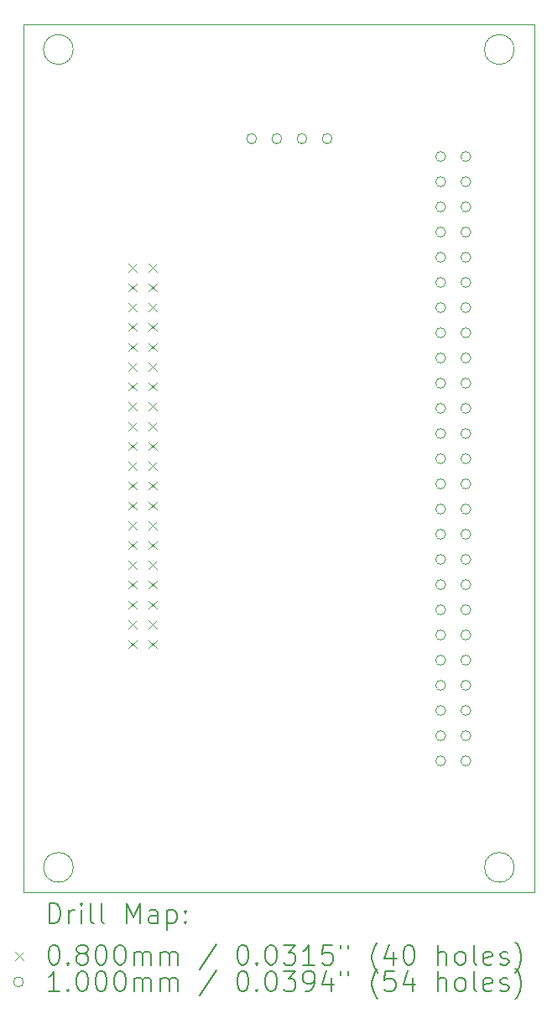
<source format=gbr>
%TF.GenerationSoftware,KiCad,Pcbnew,8.0.1*%
%TF.CreationDate,2024-04-03T09:44:14-05:00*%
%TF.ProjectId,SCSI-Adapter,53435349-2d41-4646-9170-7465722e6b69,rev?*%
%TF.SameCoordinates,Original*%
%TF.FileFunction,Drillmap*%
%TF.FilePolarity,Positive*%
%FSLAX45Y45*%
G04 Gerber Fmt 4.5, Leading zero omitted, Abs format (unit mm)*
G04 Created by KiCad (PCBNEW 8.0.1) date 2024-04-03 09:44:14*
%MOMM*%
%LPD*%
G01*
G04 APERTURE LIST*
%ADD10C,0.050000*%
%ADD11C,0.200000*%
%ADD12C,0.100000*%
G04 APERTURE END LIST*
D10*
X15350000Y-3750000D02*
X20500000Y-3750000D01*
X20500000Y-12500000D01*
X15350000Y-12500000D01*
X15350000Y-3750000D01*
X15850000Y-4000000D02*
G75*
G02*
X15550000Y-4000000I-150000J0D01*
G01*
X15550000Y-4000000D02*
G75*
G02*
X15850000Y-4000000I150000J0D01*
G01*
X20300000Y-12250000D02*
G75*
G02*
X20000000Y-12250000I-150000J0D01*
G01*
X20000000Y-12250000D02*
G75*
G02*
X20300000Y-12250000I150000J0D01*
G01*
X20300000Y-4000000D02*
G75*
G02*
X20000000Y-4000000I-150000J0D01*
G01*
X20000000Y-4000000D02*
G75*
G02*
X20300000Y-4000000I150000J0D01*
G01*
X15850000Y-12250000D02*
G75*
G02*
X15550000Y-12250000I-150000J0D01*
G01*
X15550000Y-12250000D02*
G75*
G02*
X15850000Y-12250000I150000J0D01*
G01*
D11*
D12*
X16410000Y-6160000D02*
X16490000Y-6240000D01*
X16490000Y-6160000D02*
X16410000Y-6240000D01*
X16410000Y-6360000D02*
X16490000Y-6440000D01*
X16490000Y-6360000D02*
X16410000Y-6440000D01*
X16410000Y-6560000D02*
X16490000Y-6640000D01*
X16490000Y-6560000D02*
X16410000Y-6640000D01*
X16410000Y-6760000D02*
X16490000Y-6840000D01*
X16490000Y-6760000D02*
X16410000Y-6840000D01*
X16410000Y-6960000D02*
X16490000Y-7040000D01*
X16490000Y-6960000D02*
X16410000Y-7040000D01*
X16410000Y-7160000D02*
X16490000Y-7240000D01*
X16490000Y-7160000D02*
X16410000Y-7240000D01*
X16410000Y-7360000D02*
X16490000Y-7440000D01*
X16490000Y-7360000D02*
X16410000Y-7440000D01*
X16410000Y-7560000D02*
X16490000Y-7640000D01*
X16490000Y-7560000D02*
X16410000Y-7640000D01*
X16410000Y-7760000D02*
X16490000Y-7840000D01*
X16490000Y-7760000D02*
X16410000Y-7840000D01*
X16410000Y-7960000D02*
X16490000Y-8040000D01*
X16490000Y-7960000D02*
X16410000Y-8040000D01*
X16410000Y-8160000D02*
X16490000Y-8240000D01*
X16490000Y-8160000D02*
X16410000Y-8240000D01*
X16410000Y-8360000D02*
X16490000Y-8440000D01*
X16490000Y-8360000D02*
X16410000Y-8440000D01*
X16410000Y-8560000D02*
X16490000Y-8640000D01*
X16490000Y-8560000D02*
X16410000Y-8640000D01*
X16410000Y-8760000D02*
X16490000Y-8840000D01*
X16490000Y-8760000D02*
X16410000Y-8840000D01*
X16410000Y-8960000D02*
X16490000Y-9040000D01*
X16490000Y-8960000D02*
X16410000Y-9040000D01*
X16410000Y-9160000D02*
X16490000Y-9240000D01*
X16490000Y-9160000D02*
X16410000Y-9240000D01*
X16410000Y-9360000D02*
X16490000Y-9440000D01*
X16490000Y-9360000D02*
X16410000Y-9440000D01*
X16410000Y-9560000D02*
X16490000Y-9640000D01*
X16490000Y-9560000D02*
X16410000Y-9640000D01*
X16410000Y-9760000D02*
X16490000Y-9840000D01*
X16490000Y-9760000D02*
X16410000Y-9840000D01*
X16410000Y-9960000D02*
X16490000Y-10040000D01*
X16490000Y-9960000D02*
X16410000Y-10040000D01*
X16610000Y-6160000D02*
X16690000Y-6240000D01*
X16690000Y-6160000D02*
X16610000Y-6240000D01*
X16610000Y-6360000D02*
X16690000Y-6440000D01*
X16690000Y-6360000D02*
X16610000Y-6440000D01*
X16610000Y-6560000D02*
X16690000Y-6640000D01*
X16690000Y-6560000D02*
X16610000Y-6640000D01*
X16610000Y-6760000D02*
X16690000Y-6840000D01*
X16690000Y-6760000D02*
X16610000Y-6840000D01*
X16610000Y-6960000D02*
X16690000Y-7040000D01*
X16690000Y-6960000D02*
X16610000Y-7040000D01*
X16610000Y-7160000D02*
X16690000Y-7240000D01*
X16690000Y-7160000D02*
X16610000Y-7240000D01*
X16610000Y-7360000D02*
X16690000Y-7440000D01*
X16690000Y-7360000D02*
X16610000Y-7440000D01*
X16610000Y-7560000D02*
X16690000Y-7640000D01*
X16690000Y-7560000D02*
X16610000Y-7640000D01*
X16610000Y-7760000D02*
X16690000Y-7840000D01*
X16690000Y-7760000D02*
X16610000Y-7840000D01*
X16610000Y-7960000D02*
X16690000Y-8040000D01*
X16690000Y-7960000D02*
X16610000Y-8040000D01*
X16610000Y-8160000D02*
X16690000Y-8240000D01*
X16690000Y-8160000D02*
X16610000Y-8240000D01*
X16610000Y-8360000D02*
X16690000Y-8440000D01*
X16690000Y-8360000D02*
X16610000Y-8440000D01*
X16610000Y-8560000D02*
X16690000Y-8640000D01*
X16690000Y-8560000D02*
X16610000Y-8640000D01*
X16610000Y-8760000D02*
X16690000Y-8840000D01*
X16690000Y-8760000D02*
X16610000Y-8840000D01*
X16610000Y-8960000D02*
X16690000Y-9040000D01*
X16690000Y-8960000D02*
X16610000Y-9040000D01*
X16610000Y-9160000D02*
X16690000Y-9240000D01*
X16690000Y-9160000D02*
X16610000Y-9240000D01*
X16610000Y-9360000D02*
X16690000Y-9440000D01*
X16690000Y-9360000D02*
X16610000Y-9440000D01*
X16610000Y-9560000D02*
X16690000Y-9640000D01*
X16690000Y-9560000D02*
X16610000Y-9640000D01*
X16610000Y-9760000D02*
X16690000Y-9840000D01*
X16690000Y-9760000D02*
X16610000Y-9840000D01*
X16610000Y-9960000D02*
X16690000Y-10040000D01*
X16690000Y-9960000D02*
X16610000Y-10040000D01*
X17700000Y-4900000D02*
G75*
G02*
X17600000Y-4900000I-50000J0D01*
G01*
X17600000Y-4900000D02*
G75*
G02*
X17700000Y-4900000I50000J0D01*
G01*
X17954000Y-4900000D02*
G75*
G02*
X17854000Y-4900000I-50000J0D01*
G01*
X17854000Y-4900000D02*
G75*
G02*
X17954000Y-4900000I50000J0D01*
G01*
X18208000Y-4900000D02*
G75*
G02*
X18108000Y-4900000I-50000J0D01*
G01*
X18108000Y-4900000D02*
G75*
G02*
X18208000Y-4900000I50000J0D01*
G01*
X18462000Y-4900000D02*
G75*
G02*
X18362000Y-4900000I-50000J0D01*
G01*
X18362000Y-4900000D02*
G75*
G02*
X18462000Y-4900000I50000J0D01*
G01*
X19608000Y-5080000D02*
G75*
G02*
X19508000Y-5080000I-50000J0D01*
G01*
X19508000Y-5080000D02*
G75*
G02*
X19608000Y-5080000I50000J0D01*
G01*
X19608000Y-5334000D02*
G75*
G02*
X19508000Y-5334000I-50000J0D01*
G01*
X19508000Y-5334000D02*
G75*
G02*
X19608000Y-5334000I50000J0D01*
G01*
X19608000Y-5588000D02*
G75*
G02*
X19508000Y-5588000I-50000J0D01*
G01*
X19508000Y-5588000D02*
G75*
G02*
X19608000Y-5588000I50000J0D01*
G01*
X19608000Y-5842000D02*
G75*
G02*
X19508000Y-5842000I-50000J0D01*
G01*
X19508000Y-5842000D02*
G75*
G02*
X19608000Y-5842000I50000J0D01*
G01*
X19608000Y-6096000D02*
G75*
G02*
X19508000Y-6096000I-50000J0D01*
G01*
X19508000Y-6096000D02*
G75*
G02*
X19608000Y-6096000I50000J0D01*
G01*
X19608000Y-6350000D02*
G75*
G02*
X19508000Y-6350000I-50000J0D01*
G01*
X19508000Y-6350000D02*
G75*
G02*
X19608000Y-6350000I50000J0D01*
G01*
X19608000Y-6604000D02*
G75*
G02*
X19508000Y-6604000I-50000J0D01*
G01*
X19508000Y-6604000D02*
G75*
G02*
X19608000Y-6604000I50000J0D01*
G01*
X19608000Y-6858000D02*
G75*
G02*
X19508000Y-6858000I-50000J0D01*
G01*
X19508000Y-6858000D02*
G75*
G02*
X19608000Y-6858000I50000J0D01*
G01*
X19608000Y-7112000D02*
G75*
G02*
X19508000Y-7112000I-50000J0D01*
G01*
X19508000Y-7112000D02*
G75*
G02*
X19608000Y-7112000I50000J0D01*
G01*
X19608000Y-7366000D02*
G75*
G02*
X19508000Y-7366000I-50000J0D01*
G01*
X19508000Y-7366000D02*
G75*
G02*
X19608000Y-7366000I50000J0D01*
G01*
X19608000Y-7620000D02*
G75*
G02*
X19508000Y-7620000I-50000J0D01*
G01*
X19508000Y-7620000D02*
G75*
G02*
X19608000Y-7620000I50000J0D01*
G01*
X19608000Y-7874000D02*
G75*
G02*
X19508000Y-7874000I-50000J0D01*
G01*
X19508000Y-7874000D02*
G75*
G02*
X19608000Y-7874000I50000J0D01*
G01*
X19608000Y-8128000D02*
G75*
G02*
X19508000Y-8128000I-50000J0D01*
G01*
X19508000Y-8128000D02*
G75*
G02*
X19608000Y-8128000I50000J0D01*
G01*
X19608000Y-8382000D02*
G75*
G02*
X19508000Y-8382000I-50000J0D01*
G01*
X19508000Y-8382000D02*
G75*
G02*
X19608000Y-8382000I50000J0D01*
G01*
X19608000Y-8636000D02*
G75*
G02*
X19508000Y-8636000I-50000J0D01*
G01*
X19508000Y-8636000D02*
G75*
G02*
X19608000Y-8636000I50000J0D01*
G01*
X19608000Y-8890000D02*
G75*
G02*
X19508000Y-8890000I-50000J0D01*
G01*
X19508000Y-8890000D02*
G75*
G02*
X19608000Y-8890000I50000J0D01*
G01*
X19608000Y-9144000D02*
G75*
G02*
X19508000Y-9144000I-50000J0D01*
G01*
X19508000Y-9144000D02*
G75*
G02*
X19608000Y-9144000I50000J0D01*
G01*
X19608000Y-9398000D02*
G75*
G02*
X19508000Y-9398000I-50000J0D01*
G01*
X19508000Y-9398000D02*
G75*
G02*
X19608000Y-9398000I50000J0D01*
G01*
X19608000Y-9652000D02*
G75*
G02*
X19508000Y-9652000I-50000J0D01*
G01*
X19508000Y-9652000D02*
G75*
G02*
X19608000Y-9652000I50000J0D01*
G01*
X19608000Y-9906000D02*
G75*
G02*
X19508000Y-9906000I-50000J0D01*
G01*
X19508000Y-9906000D02*
G75*
G02*
X19608000Y-9906000I50000J0D01*
G01*
X19608000Y-10160000D02*
G75*
G02*
X19508000Y-10160000I-50000J0D01*
G01*
X19508000Y-10160000D02*
G75*
G02*
X19608000Y-10160000I50000J0D01*
G01*
X19608000Y-10414000D02*
G75*
G02*
X19508000Y-10414000I-50000J0D01*
G01*
X19508000Y-10414000D02*
G75*
G02*
X19608000Y-10414000I50000J0D01*
G01*
X19608000Y-10668000D02*
G75*
G02*
X19508000Y-10668000I-50000J0D01*
G01*
X19508000Y-10668000D02*
G75*
G02*
X19608000Y-10668000I50000J0D01*
G01*
X19608000Y-10922000D02*
G75*
G02*
X19508000Y-10922000I-50000J0D01*
G01*
X19508000Y-10922000D02*
G75*
G02*
X19608000Y-10922000I50000J0D01*
G01*
X19608000Y-11176000D02*
G75*
G02*
X19508000Y-11176000I-50000J0D01*
G01*
X19508000Y-11176000D02*
G75*
G02*
X19608000Y-11176000I50000J0D01*
G01*
X19862000Y-5080000D02*
G75*
G02*
X19762000Y-5080000I-50000J0D01*
G01*
X19762000Y-5080000D02*
G75*
G02*
X19862000Y-5080000I50000J0D01*
G01*
X19862000Y-5334000D02*
G75*
G02*
X19762000Y-5334000I-50000J0D01*
G01*
X19762000Y-5334000D02*
G75*
G02*
X19862000Y-5334000I50000J0D01*
G01*
X19862000Y-5588000D02*
G75*
G02*
X19762000Y-5588000I-50000J0D01*
G01*
X19762000Y-5588000D02*
G75*
G02*
X19862000Y-5588000I50000J0D01*
G01*
X19862000Y-5842000D02*
G75*
G02*
X19762000Y-5842000I-50000J0D01*
G01*
X19762000Y-5842000D02*
G75*
G02*
X19862000Y-5842000I50000J0D01*
G01*
X19862000Y-6096000D02*
G75*
G02*
X19762000Y-6096000I-50000J0D01*
G01*
X19762000Y-6096000D02*
G75*
G02*
X19862000Y-6096000I50000J0D01*
G01*
X19862000Y-6350000D02*
G75*
G02*
X19762000Y-6350000I-50000J0D01*
G01*
X19762000Y-6350000D02*
G75*
G02*
X19862000Y-6350000I50000J0D01*
G01*
X19862000Y-6604000D02*
G75*
G02*
X19762000Y-6604000I-50000J0D01*
G01*
X19762000Y-6604000D02*
G75*
G02*
X19862000Y-6604000I50000J0D01*
G01*
X19862000Y-6858000D02*
G75*
G02*
X19762000Y-6858000I-50000J0D01*
G01*
X19762000Y-6858000D02*
G75*
G02*
X19862000Y-6858000I50000J0D01*
G01*
X19862000Y-7112000D02*
G75*
G02*
X19762000Y-7112000I-50000J0D01*
G01*
X19762000Y-7112000D02*
G75*
G02*
X19862000Y-7112000I50000J0D01*
G01*
X19862000Y-7366000D02*
G75*
G02*
X19762000Y-7366000I-50000J0D01*
G01*
X19762000Y-7366000D02*
G75*
G02*
X19862000Y-7366000I50000J0D01*
G01*
X19862000Y-7620000D02*
G75*
G02*
X19762000Y-7620000I-50000J0D01*
G01*
X19762000Y-7620000D02*
G75*
G02*
X19862000Y-7620000I50000J0D01*
G01*
X19862000Y-7874000D02*
G75*
G02*
X19762000Y-7874000I-50000J0D01*
G01*
X19762000Y-7874000D02*
G75*
G02*
X19862000Y-7874000I50000J0D01*
G01*
X19862000Y-8128000D02*
G75*
G02*
X19762000Y-8128000I-50000J0D01*
G01*
X19762000Y-8128000D02*
G75*
G02*
X19862000Y-8128000I50000J0D01*
G01*
X19862000Y-8382000D02*
G75*
G02*
X19762000Y-8382000I-50000J0D01*
G01*
X19762000Y-8382000D02*
G75*
G02*
X19862000Y-8382000I50000J0D01*
G01*
X19862000Y-8636000D02*
G75*
G02*
X19762000Y-8636000I-50000J0D01*
G01*
X19762000Y-8636000D02*
G75*
G02*
X19862000Y-8636000I50000J0D01*
G01*
X19862000Y-8890000D02*
G75*
G02*
X19762000Y-8890000I-50000J0D01*
G01*
X19762000Y-8890000D02*
G75*
G02*
X19862000Y-8890000I50000J0D01*
G01*
X19862000Y-9144000D02*
G75*
G02*
X19762000Y-9144000I-50000J0D01*
G01*
X19762000Y-9144000D02*
G75*
G02*
X19862000Y-9144000I50000J0D01*
G01*
X19862000Y-9398000D02*
G75*
G02*
X19762000Y-9398000I-50000J0D01*
G01*
X19762000Y-9398000D02*
G75*
G02*
X19862000Y-9398000I50000J0D01*
G01*
X19862000Y-9652000D02*
G75*
G02*
X19762000Y-9652000I-50000J0D01*
G01*
X19762000Y-9652000D02*
G75*
G02*
X19862000Y-9652000I50000J0D01*
G01*
X19862000Y-9906000D02*
G75*
G02*
X19762000Y-9906000I-50000J0D01*
G01*
X19762000Y-9906000D02*
G75*
G02*
X19862000Y-9906000I50000J0D01*
G01*
X19862000Y-10160000D02*
G75*
G02*
X19762000Y-10160000I-50000J0D01*
G01*
X19762000Y-10160000D02*
G75*
G02*
X19862000Y-10160000I50000J0D01*
G01*
X19862000Y-10414000D02*
G75*
G02*
X19762000Y-10414000I-50000J0D01*
G01*
X19762000Y-10414000D02*
G75*
G02*
X19862000Y-10414000I50000J0D01*
G01*
X19862000Y-10668000D02*
G75*
G02*
X19762000Y-10668000I-50000J0D01*
G01*
X19762000Y-10668000D02*
G75*
G02*
X19862000Y-10668000I50000J0D01*
G01*
X19862000Y-10922000D02*
G75*
G02*
X19762000Y-10922000I-50000J0D01*
G01*
X19762000Y-10922000D02*
G75*
G02*
X19862000Y-10922000I50000J0D01*
G01*
X19862000Y-11176000D02*
G75*
G02*
X19762000Y-11176000I-50000J0D01*
G01*
X19762000Y-11176000D02*
G75*
G02*
X19862000Y-11176000I50000J0D01*
G01*
D11*
X15608277Y-12813984D02*
X15608277Y-12613984D01*
X15608277Y-12613984D02*
X15655896Y-12613984D01*
X15655896Y-12613984D02*
X15684467Y-12623508D01*
X15684467Y-12623508D02*
X15703515Y-12642555D01*
X15703515Y-12642555D02*
X15713039Y-12661603D01*
X15713039Y-12661603D02*
X15722562Y-12699698D01*
X15722562Y-12699698D02*
X15722562Y-12728269D01*
X15722562Y-12728269D02*
X15713039Y-12766365D01*
X15713039Y-12766365D02*
X15703515Y-12785412D01*
X15703515Y-12785412D02*
X15684467Y-12804460D01*
X15684467Y-12804460D02*
X15655896Y-12813984D01*
X15655896Y-12813984D02*
X15608277Y-12813984D01*
X15808277Y-12813984D02*
X15808277Y-12680650D01*
X15808277Y-12718746D02*
X15817801Y-12699698D01*
X15817801Y-12699698D02*
X15827324Y-12690174D01*
X15827324Y-12690174D02*
X15846372Y-12680650D01*
X15846372Y-12680650D02*
X15865420Y-12680650D01*
X15932086Y-12813984D02*
X15932086Y-12680650D01*
X15932086Y-12613984D02*
X15922562Y-12623508D01*
X15922562Y-12623508D02*
X15932086Y-12633031D01*
X15932086Y-12633031D02*
X15941610Y-12623508D01*
X15941610Y-12623508D02*
X15932086Y-12613984D01*
X15932086Y-12613984D02*
X15932086Y-12633031D01*
X16055896Y-12813984D02*
X16036848Y-12804460D01*
X16036848Y-12804460D02*
X16027324Y-12785412D01*
X16027324Y-12785412D02*
X16027324Y-12613984D01*
X16160658Y-12813984D02*
X16141610Y-12804460D01*
X16141610Y-12804460D02*
X16132086Y-12785412D01*
X16132086Y-12785412D02*
X16132086Y-12613984D01*
X16389229Y-12813984D02*
X16389229Y-12613984D01*
X16389229Y-12613984D02*
X16455896Y-12756841D01*
X16455896Y-12756841D02*
X16522562Y-12613984D01*
X16522562Y-12613984D02*
X16522562Y-12813984D01*
X16703515Y-12813984D02*
X16703515Y-12709222D01*
X16703515Y-12709222D02*
X16693991Y-12690174D01*
X16693991Y-12690174D02*
X16674943Y-12680650D01*
X16674943Y-12680650D02*
X16636848Y-12680650D01*
X16636848Y-12680650D02*
X16617801Y-12690174D01*
X16703515Y-12804460D02*
X16684467Y-12813984D01*
X16684467Y-12813984D02*
X16636848Y-12813984D01*
X16636848Y-12813984D02*
X16617801Y-12804460D01*
X16617801Y-12804460D02*
X16608277Y-12785412D01*
X16608277Y-12785412D02*
X16608277Y-12766365D01*
X16608277Y-12766365D02*
X16617801Y-12747317D01*
X16617801Y-12747317D02*
X16636848Y-12737793D01*
X16636848Y-12737793D02*
X16684467Y-12737793D01*
X16684467Y-12737793D02*
X16703515Y-12728269D01*
X16798753Y-12680650D02*
X16798753Y-12880650D01*
X16798753Y-12690174D02*
X16817801Y-12680650D01*
X16817801Y-12680650D02*
X16855896Y-12680650D01*
X16855896Y-12680650D02*
X16874944Y-12690174D01*
X16874944Y-12690174D02*
X16884467Y-12699698D01*
X16884467Y-12699698D02*
X16893991Y-12718746D01*
X16893991Y-12718746D02*
X16893991Y-12775888D01*
X16893991Y-12775888D02*
X16884467Y-12794936D01*
X16884467Y-12794936D02*
X16874944Y-12804460D01*
X16874944Y-12804460D02*
X16855896Y-12813984D01*
X16855896Y-12813984D02*
X16817801Y-12813984D01*
X16817801Y-12813984D02*
X16798753Y-12804460D01*
X16979705Y-12794936D02*
X16989229Y-12804460D01*
X16989229Y-12804460D02*
X16979705Y-12813984D01*
X16979705Y-12813984D02*
X16970182Y-12804460D01*
X16970182Y-12804460D02*
X16979705Y-12794936D01*
X16979705Y-12794936D02*
X16979705Y-12813984D01*
X16979705Y-12690174D02*
X16989229Y-12699698D01*
X16989229Y-12699698D02*
X16979705Y-12709222D01*
X16979705Y-12709222D02*
X16970182Y-12699698D01*
X16970182Y-12699698D02*
X16979705Y-12690174D01*
X16979705Y-12690174D02*
X16979705Y-12709222D01*
D12*
X15267500Y-13102500D02*
X15347500Y-13182500D01*
X15347500Y-13102500D02*
X15267500Y-13182500D01*
D11*
X15646372Y-13033984D02*
X15665420Y-13033984D01*
X15665420Y-13033984D02*
X15684467Y-13043508D01*
X15684467Y-13043508D02*
X15693991Y-13053031D01*
X15693991Y-13053031D02*
X15703515Y-13072079D01*
X15703515Y-13072079D02*
X15713039Y-13110174D01*
X15713039Y-13110174D02*
X15713039Y-13157793D01*
X15713039Y-13157793D02*
X15703515Y-13195888D01*
X15703515Y-13195888D02*
X15693991Y-13214936D01*
X15693991Y-13214936D02*
X15684467Y-13224460D01*
X15684467Y-13224460D02*
X15665420Y-13233984D01*
X15665420Y-13233984D02*
X15646372Y-13233984D01*
X15646372Y-13233984D02*
X15627324Y-13224460D01*
X15627324Y-13224460D02*
X15617801Y-13214936D01*
X15617801Y-13214936D02*
X15608277Y-13195888D01*
X15608277Y-13195888D02*
X15598753Y-13157793D01*
X15598753Y-13157793D02*
X15598753Y-13110174D01*
X15598753Y-13110174D02*
X15608277Y-13072079D01*
X15608277Y-13072079D02*
X15617801Y-13053031D01*
X15617801Y-13053031D02*
X15627324Y-13043508D01*
X15627324Y-13043508D02*
X15646372Y-13033984D01*
X15798753Y-13214936D02*
X15808277Y-13224460D01*
X15808277Y-13224460D02*
X15798753Y-13233984D01*
X15798753Y-13233984D02*
X15789229Y-13224460D01*
X15789229Y-13224460D02*
X15798753Y-13214936D01*
X15798753Y-13214936D02*
X15798753Y-13233984D01*
X15922562Y-13119698D02*
X15903515Y-13110174D01*
X15903515Y-13110174D02*
X15893991Y-13100650D01*
X15893991Y-13100650D02*
X15884467Y-13081603D01*
X15884467Y-13081603D02*
X15884467Y-13072079D01*
X15884467Y-13072079D02*
X15893991Y-13053031D01*
X15893991Y-13053031D02*
X15903515Y-13043508D01*
X15903515Y-13043508D02*
X15922562Y-13033984D01*
X15922562Y-13033984D02*
X15960658Y-13033984D01*
X15960658Y-13033984D02*
X15979705Y-13043508D01*
X15979705Y-13043508D02*
X15989229Y-13053031D01*
X15989229Y-13053031D02*
X15998753Y-13072079D01*
X15998753Y-13072079D02*
X15998753Y-13081603D01*
X15998753Y-13081603D02*
X15989229Y-13100650D01*
X15989229Y-13100650D02*
X15979705Y-13110174D01*
X15979705Y-13110174D02*
X15960658Y-13119698D01*
X15960658Y-13119698D02*
X15922562Y-13119698D01*
X15922562Y-13119698D02*
X15903515Y-13129222D01*
X15903515Y-13129222D02*
X15893991Y-13138746D01*
X15893991Y-13138746D02*
X15884467Y-13157793D01*
X15884467Y-13157793D02*
X15884467Y-13195888D01*
X15884467Y-13195888D02*
X15893991Y-13214936D01*
X15893991Y-13214936D02*
X15903515Y-13224460D01*
X15903515Y-13224460D02*
X15922562Y-13233984D01*
X15922562Y-13233984D02*
X15960658Y-13233984D01*
X15960658Y-13233984D02*
X15979705Y-13224460D01*
X15979705Y-13224460D02*
X15989229Y-13214936D01*
X15989229Y-13214936D02*
X15998753Y-13195888D01*
X15998753Y-13195888D02*
X15998753Y-13157793D01*
X15998753Y-13157793D02*
X15989229Y-13138746D01*
X15989229Y-13138746D02*
X15979705Y-13129222D01*
X15979705Y-13129222D02*
X15960658Y-13119698D01*
X16122562Y-13033984D02*
X16141610Y-13033984D01*
X16141610Y-13033984D02*
X16160658Y-13043508D01*
X16160658Y-13043508D02*
X16170182Y-13053031D01*
X16170182Y-13053031D02*
X16179705Y-13072079D01*
X16179705Y-13072079D02*
X16189229Y-13110174D01*
X16189229Y-13110174D02*
X16189229Y-13157793D01*
X16189229Y-13157793D02*
X16179705Y-13195888D01*
X16179705Y-13195888D02*
X16170182Y-13214936D01*
X16170182Y-13214936D02*
X16160658Y-13224460D01*
X16160658Y-13224460D02*
X16141610Y-13233984D01*
X16141610Y-13233984D02*
X16122562Y-13233984D01*
X16122562Y-13233984D02*
X16103515Y-13224460D01*
X16103515Y-13224460D02*
X16093991Y-13214936D01*
X16093991Y-13214936D02*
X16084467Y-13195888D01*
X16084467Y-13195888D02*
X16074943Y-13157793D01*
X16074943Y-13157793D02*
X16074943Y-13110174D01*
X16074943Y-13110174D02*
X16084467Y-13072079D01*
X16084467Y-13072079D02*
X16093991Y-13053031D01*
X16093991Y-13053031D02*
X16103515Y-13043508D01*
X16103515Y-13043508D02*
X16122562Y-13033984D01*
X16313039Y-13033984D02*
X16332086Y-13033984D01*
X16332086Y-13033984D02*
X16351134Y-13043508D01*
X16351134Y-13043508D02*
X16360658Y-13053031D01*
X16360658Y-13053031D02*
X16370182Y-13072079D01*
X16370182Y-13072079D02*
X16379705Y-13110174D01*
X16379705Y-13110174D02*
X16379705Y-13157793D01*
X16379705Y-13157793D02*
X16370182Y-13195888D01*
X16370182Y-13195888D02*
X16360658Y-13214936D01*
X16360658Y-13214936D02*
X16351134Y-13224460D01*
X16351134Y-13224460D02*
X16332086Y-13233984D01*
X16332086Y-13233984D02*
X16313039Y-13233984D01*
X16313039Y-13233984D02*
X16293991Y-13224460D01*
X16293991Y-13224460D02*
X16284467Y-13214936D01*
X16284467Y-13214936D02*
X16274943Y-13195888D01*
X16274943Y-13195888D02*
X16265420Y-13157793D01*
X16265420Y-13157793D02*
X16265420Y-13110174D01*
X16265420Y-13110174D02*
X16274943Y-13072079D01*
X16274943Y-13072079D02*
X16284467Y-13053031D01*
X16284467Y-13053031D02*
X16293991Y-13043508D01*
X16293991Y-13043508D02*
X16313039Y-13033984D01*
X16465420Y-13233984D02*
X16465420Y-13100650D01*
X16465420Y-13119698D02*
X16474943Y-13110174D01*
X16474943Y-13110174D02*
X16493991Y-13100650D01*
X16493991Y-13100650D02*
X16522563Y-13100650D01*
X16522563Y-13100650D02*
X16541610Y-13110174D01*
X16541610Y-13110174D02*
X16551134Y-13129222D01*
X16551134Y-13129222D02*
X16551134Y-13233984D01*
X16551134Y-13129222D02*
X16560658Y-13110174D01*
X16560658Y-13110174D02*
X16579705Y-13100650D01*
X16579705Y-13100650D02*
X16608277Y-13100650D01*
X16608277Y-13100650D02*
X16627324Y-13110174D01*
X16627324Y-13110174D02*
X16636848Y-13129222D01*
X16636848Y-13129222D02*
X16636848Y-13233984D01*
X16732086Y-13233984D02*
X16732086Y-13100650D01*
X16732086Y-13119698D02*
X16741610Y-13110174D01*
X16741610Y-13110174D02*
X16760658Y-13100650D01*
X16760658Y-13100650D02*
X16789229Y-13100650D01*
X16789229Y-13100650D02*
X16808277Y-13110174D01*
X16808277Y-13110174D02*
X16817801Y-13129222D01*
X16817801Y-13129222D02*
X16817801Y-13233984D01*
X16817801Y-13129222D02*
X16827325Y-13110174D01*
X16827325Y-13110174D02*
X16846372Y-13100650D01*
X16846372Y-13100650D02*
X16874944Y-13100650D01*
X16874944Y-13100650D02*
X16893991Y-13110174D01*
X16893991Y-13110174D02*
X16903515Y-13129222D01*
X16903515Y-13129222D02*
X16903515Y-13233984D01*
X17293991Y-13024460D02*
X17122563Y-13281603D01*
X17551134Y-13033984D02*
X17570182Y-13033984D01*
X17570182Y-13033984D02*
X17589229Y-13043508D01*
X17589229Y-13043508D02*
X17598753Y-13053031D01*
X17598753Y-13053031D02*
X17608277Y-13072079D01*
X17608277Y-13072079D02*
X17617801Y-13110174D01*
X17617801Y-13110174D02*
X17617801Y-13157793D01*
X17617801Y-13157793D02*
X17608277Y-13195888D01*
X17608277Y-13195888D02*
X17598753Y-13214936D01*
X17598753Y-13214936D02*
X17589229Y-13224460D01*
X17589229Y-13224460D02*
X17570182Y-13233984D01*
X17570182Y-13233984D02*
X17551134Y-13233984D01*
X17551134Y-13233984D02*
X17532087Y-13224460D01*
X17532087Y-13224460D02*
X17522563Y-13214936D01*
X17522563Y-13214936D02*
X17513039Y-13195888D01*
X17513039Y-13195888D02*
X17503515Y-13157793D01*
X17503515Y-13157793D02*
X17503515Y-13110174D01*
X17503515Y-13110174D02*
X17513039Y-13072079D01*
X17513039Y-13072079D02*
X17522563Y-13053031D01*
X17522563Y-13053031D02*
X17532087Y-13043508D01*
X17532087Y-13043508D02*
X17551134Y-13033984D01*
X17703515Y-13214936D02*
X17713039Y-13224460D01*
X17713039Y-13224460D02*
X17703515Y-13233984D01*
X17703515Y-13233984D02*
X17693991Y-13224460D01*
X17693991Y-13224460D02*
X17703515Y-13214936D01*
X17703515Y-13214936D02*
X17703515Y-13233984D01*
X17836848Y-13033984D02*
X17855896Y-13033984D01*
X17855896Y-13033984D02*
X17874944Y-13043508D01*
X17874944Y-13043508D02*
X17884468Y-13053031D01*
X17884468Y-13053031D02*
X17893991Y-13072079D01*
X17893991Y-13072079D02*
X17903515Y-13110174D01*
X17903515Y-13110174D02*
X17903515Y-13157793D01*
X17903515Y-13157793D02*
X17893991Y-13195888D01*
X17893991Y-13195888D02*
X17884468Y-13214936D01*
X17884468Y-13214936D02*
X17874944Y-13224460D01*
X17874944Y-13224460D02*
X17855896Y-13233984D01*
X17855896Y-13233984D02*
X17836848Y-13233984D01*
X17836848Y-13233984D02*
X17817801Y-13224460D01*
X17817801Y-13224460D02*
X17808277Y-13214936D01*
X17808277Y-13214936D02*
X17798753Y-13195888D01*
X17798753Y-13195888D02*
X17789229Y-13157793D01*
X17789229Y-13157793D02*
X17789229Y-13110174D01*
X17789229Y-13110174D02*
X17798753Y-13072079D01*
X17798753Y-13072079D02*
X17808277Y-13053031D01*
X17808277Y-13053031D02*
X17817801Y-13043508D01*
X17817801Y-13043508D02*
X17836848Y-13033984D01*
X17970182Y-13033984D02*
X18093991Y-13033984D01*
X18093991Y-13033984D02*
X18027325Y-13110174D01*
X18027325Y-13110174D02*
X18055896Y-13110174D01*
X18055896Y-13110174D02*
X18074944Y-13119698D01*
X18074944Y-13119698D02*
X18084468Y-13129222D01*
X18084468Y-13129222D02*
X18093991Y-13148269D01*
X18093991Y-13148269D02*
X18093991Y-13195888D01*
X18093991Y-13195888D02*
X18084468Y-13214936D01*
X18084468Y-13214936D02*
X18074944Y-13224460D01*
X18074944Y-13224460D02*
X18055896Y-13233984D01*
X18055896Y-13233984D02*
X17998753Y-13233984D01*
X17998753Y-13233984D02*
X17979706Y-13224460D01*
X17979706Y-13224460D02*
X17970182Y-13214936D01*
X18284468Y-13233984D02*
X18170182Y-13233984D01*
X18227325Y-13233984D02*
X18227325Y-13033984D01*
X18227325Y-13033984D02*
X18208277Y-13062555D01*
X18208277Y-13062555D02*
X18189229Y-13081603D01*
X18189229Y-13081603D02*
X18170182Y-13091127D01*
X18465420Y-13033984D02*
X18370182Y-13033984D01*
X18370182Y-13033984D02*
X18360658Y-13129222D01*
X18360658Y-13129222D02*
X18370182Y-13119698D01*
X18370182Y-13119698D02*
X18389229Y-13110174D01*
X18389229Y-13110174D02*
X18436849Y-13110174D01*
X18436849Y-13110174D02*
X18455896Y-13119698D01*
X18455896Y-13119698D02*
X18465420Y-13129222D01*
X18465420Y-13129222D02*
X18474944Y-13148269D01*
X18474944Y-13148269D02*
X18474944Y-13195888D01*
X18474944Y-13195888D02*
X18465420Y-13214936D01*
X18465420Y-13214936D02*
X18455896Y-13224460D01*
X18455896Y-13224460D02*
X18436849Y-13233984D01*
X18436849Y-13233984D02*
X18389229Y-13233984D01*
X18389229Y-13233984D02*
X18370182Y-13224460D01*
X18370182Y-13224460D02*
X18360658Y-13214936D01*
X18551134Y-13033984D02*
X18551134Y-13072079D01*
X18627325Y-13033984D02*
X18627325Y-13072079D01*
X18922563Y-13310174D02*
X18913039Y-13300650D01*
X18913039Y-13300650D02*
X18893991Y-13272079D01*
X18893991Y-13272079D02*
X18884468Y-13253031D01*
X18884468Y-13253031D02*
X18874944Y-13224460D01*
X18874944Y-13224460D02*
X18865420Y-13176841D01*
X18865420Y-13176841D02*
X18865420Y-13138746D01*
X18865420Y-13138746D02*
X18874944Y-13091127D01*
X18874944Y-13091127D02*
X18884468Y-13062555D01*
X18884468Y-13062555D02*
X18893991Y-13043508D01*
X18893991Y-13043508D02*
X18913039Y-13014936D01*
X18913039Y-13014936D02*
X18922563Y-13005412D01*
X19084468Y-13100650D02*
X19084468Y-13233984D01*
X19036849Y-13024460D02*
X18989230Y-13167317D01*
X18989230Y-13167317D02*
X19113039Y-13167317D01*
X19227325Y-13033984D02*
X19246372Y-13033984D01*
X19246372Y-13033984D02*
X19265420Y-13043508D01*
X19265420Y-13043508D02*
X19274944Y-13053031D01*
X19274944Y-13053031D02*
X19284468Y-13072079D01*
X19284468Y-13072079D02*
X19293991Y-13110174D01*
X19293991Y-13110174D02*
X19293991Y-13157793D01*
X19293991Y-13157793D02*
X19284468Y-13195888D01*
X19284468Y-13195888D02*
X19274944Y-13214936D01*
X19274944Y-13214936D02*
X19265420Y-13224460D01*
X19265420Y-13224460D02*
X19246372Y-13233984D01*
X19246372Y-13233984D02*
X19227325Y-13233984D01*
X19227325Y-13233984D02*
X19208277Y-13224460D01*
X19208277Y-13224460D02*
X19198753Y-13214936D01*
X19198753Y-13214936D02*
X19189230Y-13195888D01*
X19189230Y-13195888D02*
X19179706Y-13157793D01*
X19179706Y-13157793D02*
X19179706Y-13110174D01*
X19179706Y-13110174D02*
X19189230Y-13072079D01*
X19189230Y-13072079D02*
X19198753Y-13053031D01*
X19198753Y-13053031D02*
X19208277Y-13043508D01*
X19208277Y-13043508D02*
X19227325Y-13033984D01*
X19532087Y-13233984D02*
X19532087Y-13033984D01*
X19617801Y-13233984D02*
X19617801Y-13129222D01*
X19617801Y-13129222D02*
X19608277Y-13110174D01*
X19608277Y-13110174D02*
X19589230Y-13100650D01*
X19589230Y-13100650D02*
X19560658Y-13100650D01*
X19560658Y-13100650D02*
X19541611Y-13110174D01*
X19541611Y-13110174D02*
X19532087Y-13119698D01*
X19741611Y-13233984D02*
X19722563Y-13224460D01*
X19722563Y-13224460D02*
X19713039Y-13214936D01*
X19713039Y-13214936D02*
X19703515Y-13195888D01*
X19703515Y-13195888D02*
X19703515Y-13138746D01*
X19703515Y-13138746D02*
X19713039Y-13119698D01*
X19713039Y-13119698D02*
X19722563Y-13110174D01*
X19722563Y-13110174D02*
X19741611Y-13100650D01*
X19741611Y-13100650D02*
X19770182Y-13100650D01*
X19770182Y-13100650D02*
X19789230Y-13110174D01*
X19789230Y-13110174D02*
X19798753Y-13119698D01*
X19798753Y-13119698D02*
X19808277Y-13138746D01*
X19808277Y-13138746D02*
X19808277Y-13195888D01*
X19808277Y-13195888D02*
X19798753Y-13214936D01*
X19798753Y-13214936D02*
X19789230Y-13224460D01*
X19789230Y-13224460D02*
X19770182Y-13233984D01*
X19770182Y-13233984D02*
X19741611Y-13233984D01*
X19922563Y-13233984D02*
X19903515Y-13224460D01*
X19903515Y-13224460D02*
X19893992Y-13205412D01*
X19893992Y-13205412D02*
X19893992Y-13033984D01*
X20074944Y-13224460D02*
X20055896Y-13233984D01*
X20055896Y-13233984D02*
X20017801Y-13233984D01*
X20017801Y-13233984D02*
X19998753Y-13224460D01*
X19998753Y-13224460D02*
X19989230Y-13205412D01*
X19989230Y-13205412D02*
X19989230Y-13129222D01*
X19989230Y-13129222D02*
X19998753Y-13110174D01*
X19998753Y-13110174D02*
X20017801Y-13100650D01*
X20017801Y-13100650D02*
X20055896Y-13100650D01*
X20055896Y-13100650D02*
X20074944Y-13110174D01*
X20074944Y-13110174D02*
X20084468Y-13129222D01*
X20084468Y-13129222D02*
X20084468Y-13148269D01*
X20084468Y-13148269D02*
X19989230Y-13167317D01*
X20160658Y-13224460D02*
X20179706Y-13233984D01*
X20179706Y-13233984D02*
X20217801Y-13233984D01*
X20217801Y-13233984D02*
X20236849Y-13224460D01*
X20236849Y-13224460D02*
X20246373Y-13205412D01*
X20246373Y-13205412D02*
X20246373Y-13195888D01*
X20246373Y-13195888D02*
X20236849Y-13176841D01*
X20236849Y-13176841D02*
X20217801Y-13167317D01*
X20217801Y-13167317D02*
X20189230Y-13167317D01*
X20189230Y-13167317D02*
X20170182Y-13157793D01*
X20170182Y-13157793D02*
X20160658Y-13138746D01*
X20160658Y-13138746D02*
X20160658Y-13129222D01*
X20160658Y-13129222D02*
X20170182Y-13110174D01*
X20170182Y-13110174D02*
X20189230Y-13100650D01*
X20189230Y-13100650D02*
X20217801Y-13100650D01*
X20217801Y-13100650D02*
X20236849Y-13110174D01*
X20313039Y-13310174D02*
X20322563Y-13300650D01*
X20322563Y-13300650D02*
X20341611Y-13272079D01*
X20341611Y-13272079D02*
X20351134Y-13253031D01*
X20351134Y-13253031D02*
X20360658Y-13224460D01*
X20360658Y-13224460D02*
X20370182Y-13176841D01*
X20370182Y-13176841D02*
X20370182Y-13138746D01*
X20370182Y-13138746D02*
X20360658Y-13091127D01*
X20360658Y-13091127D02*
X20351134Y-13062555D01*
X20351134Y-13062555D02*
X20341611Y-13043508D01*
X20341611Y-13043508D02*
X20322563Y-13014936D01*
X20322563Y-13014936D02*
X20313039Y-13005412D01*
D12*
X15347500Y-13406500D02*
G75*
G02*
X15247500Y-13406500I-50000J0D01*
G01*
X15247500Y-13406500D02*
G75*
G02*
X15347500Y-13406500I50000J0D01*
G01*
D11*
X15713039Y-13497984D02*
X15598753Y-13497984D01*
X15655896Y-13497984D02*
X15655896Y-13297984D01*
X15655896Y-13297984D02*
X15636848Y-13326555D01*
X15636848Y-13326555D02*
X15617801Y-13345603D01*
X15617801Y-13345603D02*
X15598753Y-13355127D01*
X15798753Y-13478936D02*
X15808277Y-13488460D01*
X15808277Y-13488460D02*
X15798753Y-13497984D01*
X15798753Y-13497984D02*
X15789229Y-13488460D01*
X15789229Y-13488460D02*
X15798753Y-13478936D01*
X15798753Y-13478936D02*
X15798753Y-13497984D01*
X15932086Y-13297984D02*
X15951134Y-13297984D01*
X15951134Y-13297984D02*
X15970182Y-13307508D01*
X15970182Y-13307508D02*
X15979705Y-13317031D01*
X15979705Y-13317031D02*
X15989229Y-13336079D01*
X15989229Y-13336079D02*
X15998753Y-13374174D01*
X15998753Y-13374174D02*
X15998753Y-13421793D01*
X15998753Y-13421793D02*
X15989229Y-13459888D01*
X15989229Y-13459888D02*
X15979705Y-13478936D01*
X15979705Y-13478936D02*
X15970182Y-13488460D01*
X15970182Y-13488460D02*
X15951134Y-13497984D01*
X15951134Y-13497984D02*
X15932086Y-13497984D01*
X15932086Y-13497984D02*
X15913039Y-13488460D01*
X15913039Y-13488460D02*
X15903515Y-13478936D01*
X15903515Y-13478936D02*
X15893991Y-13459888D01*
X15893991Y-13459888D02*
X15884467Y-13421793D01*
X15884467Y-13421793D02*
X15884467Y-13374174D01*
X15884467Y-13374174D02*
X15893991Y-13336079D01*
X15893991Y-13336079D02*
X15903515Y-13317031D01*
X15903515Y-13317031D02*
X15913039Y-13307508D01*
X15913039Y-13307508D02*
X15932086Y-13297984D01*
X16122562Y-13297984D02*
X16141610Y-13297984D01*
X16141610Y-13297984D02*
X16160658Y-13307508D01*
X16160658Y-13307508D02*
X16170182Y-13317031D01*
X16170182Y-13317031D02*
X16179705Y-13336079D01*
X16179705Y-13336079D02*
X16189229Y-13374174D01*
X16189229Y-13374174D02*
X16189229Y-13421793D01*
X16189229Y-13421793D02*
X16179705Y-13459888D01*
X16179705Y-13459888D02*
X16170182Y-13478936D01*
X16170182Y-13478936D02*
X16160658Y-13488460D01*
X16160658Y-13488460D02*
X16141610Y-13497984D01*
X16141610Y-13497984D02*
X16122562Y-13497984D01*
X16122562Y-13497984D02*
X16103515Y-13488460D01*
X16103515Y-13488460D02*
X16093991Y-13478936D01*
X16093991Y-13478936D02*
X16084467Y-13459888D01*
X16084467Y-13459888D02*
X16074943Y-13421793D01*
X16074943Y-13421793D02*
X16074943Y-13374174D01*
X16074943Y-13374174D02*
X16084467Y-13336079D01*
X16084467Y-13336079D02*
X16093991Y-13317031D01*
X16093991Y-13317031D02*
X16103515Y-13307508D01*
X16103515Y-13307508D02*
X16122562Y-13297984D01*
X16313039Y-13297984D02*
X16332086Y-13297984D01*
X16332086Y-13297984D02*
X16351134Y-13307508D01*
X16351134Y-13307508D02*
X16360658Y-13317031D01*
X16360658Y-13317031D02*
X16370182Y-13336079D01*
X16370182Y-13336079D02*
X16379705Y-13374174D01*
X16379705Y-13374174D02*
X16379705Y-13421793D01*
X16379705Y-13421793D02*
X16370182Y-13459888D01*
X16370182Y-13459888D02*
X16360658Y-13478936D01*
X16360658Y-13478936D02*
X16351134Y-13488460D01*
X16351134Y-13488460D02*
X16332086Y-13497984D01*
X16332086Y-13497984D02*
X16313039Y-13497984D01*
X16313039Y-13497984D02*
X16293991Y-13488460D01*
X16293991Y-13488460D02*
X16284467Y-13478936D01*
X16284467Y-13478936D02*
X16274943Y-13459888D01*
X16274943Y-13459888D02*
X16265420Y-13421793D01*
X16265420Y-13421793D02*
X16265420Y-13374174D01*
X16265420Y-13374174D02*
X16274943Y-13336079D01*
X16274943Y-13336079D02*
X16284467Y-13317031D01*
X16284467Y-13317031D02*
X16293991Y-13307508D01*
X16293991Y-13307508D02*
X16313039Y-13297984D01*
X16465420Y-13497984D02*
X16465420Y-13364650D01*
X16465420Y-13383698D02*
X16474943Y-13374174D01*
X16474943Y-13374174D02*
X16493991Y-13364650D01*
X16493991Y-13364650D02*
X16522563Y-13364650D01*
X16522563Y-13364650D02*
X16541610Y-13374174D01*
X16541610Y-13374174D02*
X16551134Y-13393222D01*
X16551134Y-13393222D02*
X16551134Y-13497984D01*
X16551134Y-13393222D02*
X16560658Y-13374174D01*
X16560658Y-13374174D02*
X16579705Y-13364650D01*
X16579705Y-13364650D02*
X16608277Y-13364650D01*
X16608277Y-13364650D02*
X16627324Y-13374174D01*
X16627324Y-13374174D02*
X16636848Y-13393222D01*
X16636848Y-13393222D02*
X16636848Y-13497984D01*
X16732086Y-13497984D02*
X16732086Y-13364650D01*
X16732086Y-13383698D02*
X16741610Y-13374174D01*
X16741610Y-13374174D02*
X16760658Y-13364650D01*
X16760658Y-13364650D02*
X16789229Y-13364650D01*
X16789229Y-13364650D02*
X16808277Y-13374174D01*
X16808277Y-13374174D02*
X16817801Y-13393222D01*
X16817801Y-13393222D02*
X16817801Y-13497984D01*
X16817801Y-13393222D02*
X16827325Y-13374174D01*
X16827325Y-13374174D02*
X16846372Y-13364650D01*
X16846372Y-13364650D02*
X16874944Y-13364650D01*
X16874944Y-13364650D02*
X16893991Y-13374174D01*
X16893991Y-13374174D02*
X16903515Y-13393222D01*
X16903515Y-13393222D02*
X16903515Y-13497984D01*
X17293991Y-13288460D02*
X17122563Y-13545603D01*
X17551134Y-13297984D02*
X17570182Y-13297984D01*
X17570182Y-13297984D02*
X17589229Y-13307508D01*
X17589229Y-13307508D02*
X17598753Y-13317031D01*
X17598753Y-13317031D02*
X17608277Y-13336079D01*
X17608277Y-13336079D02*
X17617801Y-13374174D01*
X17617801Y-13374174D02*
X17617801Y-13421793D01*
X17617801Y-13421793D02*
X17608277Y-13459888D01*
X17608277Y-13459888D02*
X17598753Y-13478936D01*
X17598753Y-13478936D02*
X17589229Y-13488460D01*
X17589229Y-13488460D02*
X17570182Y-13497984D01*
X17570182Y-13497984D02*
X17551134Y-13497984D01*
X17551134Y-13497984D02*
X17532087Y-13488460D01*
X17532087Y-13488460D02*
X17522563Y-13478936D01*
X17522563Y-13478936D02*
X17513039Y-13459888D01*
X17513039Y-13459888D02*
X17503515Y-13421793D01*
X17503515Y-13421793D02*
X17503515Y-13374174D01*
X17503515Y-13374174D02*
X17513039Y-13336079D01*
X17513039Y-13336079D02*
X17522563Y-13317031D01*
X17522563Y-13317031D02*
X17532087Y-13307508D01*
X17532087Y-13307508D02*
X17551134Y-13297984D01*
X17703515Y-13478936D02*
X17713039Y-13488460D01*
X17713039Y-13488460D02*
X17703515Y-13497984D01*
X17703515Y-13497984D02*
X17693991Y-13488460D01*
X17693991Y-13488460D02*
X17703515Y-13478936D01*
X17703515Y-13478936D02*
X17703515Y-13497984D01*
X17836848Y-13297984D02*
X17855896Y-13297984D01*
X17855896Y-13297984D02*
X17874944Y-13307508D01*
X17874944Y-13307508D02*
X17884468Y-13317031D01*
X17884468Y-13317031D02*
X17893991Y-13336079D01*
X17893991Y-13336079D02*
X17903515Y-13374174D01*
X17903515Y-13374174D02*
X17903515Y-13421793D01*
X17903515Y-13421793D02*
X17893991Y-13459888D01*
X17893991Y-13459888D02*
X17884468Y-13478936D01*
X17884468Y-13478936D02*
X17874944Y-13488460D01*
X17874944Y-13488460D02*
X17855896Y-13497984D01*
X17855896Y-13497984D02*
X17836848Y-13497984D01*
X17836848Y-13497984D02*
X17817801Y-13488460D01*
X17817801Y-13488460D02*
X17808277Y-13478936D01*
X17808277Y-13478936D02*
X17798753Y-13459888D01*
X17798753Y-13459888D02*
X17789229Y-13421793D01*
X17789229Y-13421793D02*
X17789229Y-13374174D01*
X17789229Y-13374174D02*
X17798753Y-13336079D01*
X17798753Y-13336079D02*
X17808277Y-13317031D01*
X17808277Y-13317031D02*
X17817801Y-13307508D01*
X17817801Y-13307508D02*
X17836848Y-13297984D01*
X17970182Y-13297984D02*
X18093991Y-13297984D01*
X18093991Y-13297984D02*
X18027325Y-13374174D01*
X18027325Y-13374174D02*
X18055896Y-13374174D01*
X18055896Y-13374174D02*
X18074944Y-13383698D01*
X18074944Y-13383698D02*
X18084468Y-13393222D01*
X18084468Y-13393222D02*
X18093991Y-13412269D01*
X18093991Y-13412269D02*
X18093991Y-13459888D01*
X18093991Y-13459888D02*
X18084468Y-13478936D01*
X18084468Y-13478936D02*
X18074944Y-13488460D01*
X18074944Y-13488460D02*
X18055896Y-13497984D01*
X18055896Y-13497984D02*
X17998753Y-13497984D01*
X17998753Y-13497984D02*
X17979706Y-13488460D01*
X17979706Y-13488460D02*
X17970182Y-13478936D01*
X18189229Y-13497984D02*
X18227325Y-13497984D01*
X18227325Y-13497984D02*
X18246372Y-13488460D01*
X18246372Y-13488460D02*
X18255896Y-13478936D01*
X18255896Y-13478936D02*
X18274944Y-13450365D01*
X18274944Y-13450365D02*
X18284468Y-13412269D01*
X18284468Y-13412269D02*
X18284468Y-13336079D01*
X18284468Y-13336079D02*
X18274944Y-13317031D01*
X18274944Y-13317031D02*
X18265420Y-13307508D01*
X18265420Y-13307508D02*
X18246372Y-13297984D01*
X18246372Y-13297984D02*
X18208277Y-13297984D01*
X18208277Y-13297984D02*
X18189229Y-13307508D01*
X18189229Y-13307508D02*
X18179706Y-13317031D01*
X18179706Y-13317031D02*
X18170182Y-13336079D01*
X18170182Y-13336079D02*
X18170182Y-13383698D01*
X18170182Y-13383698D02*
X18179706Y-13402746D01*
X18179706Y-13402746D02*
X18189229Y-13412269D01*
X18189229Y-13412269D02*
X18208277Y-13421793D01*
X18208277Y-13421793D02*
X18246372Y-13421793D01*
X18246372Y-13421793D02*
X18265420Y-13412269D01*
X18265420Y-13412269D02*
X18274944Y-13402746D01*
X18274944Y-13402746D02*
X18284468Y-13383698D01*
X18455896Y-13364650D02*
X18455896Y-13497984D01*
X18408277Y-13288460D02*
X18360658Y-13431317D01*
X18360658Y-13431317D02*
X18484468Y-13431317D01*
X18551134Y-13297984D02*
X18551134Y-13336079D01*
X18627325Y-13297984D02*
X18627325Y-13336079D01*
X18922563Y-13574174D02*
X18913039Y-13564650D01*
X18913039Y-13564650D02*
X18893991Y-13536079D01*
X18893991Y-13536079D02*
X18884468Y-13517031D01*
X18884468Y-13517031D02*
X18874944Y-13488460D01*
X18874944Y-13488460D02*
X18865420Y-13440841D01*
X18865420Y-13440841D02*
X18865420Y-13402746D01*
X18865420Y-13402746D02*
X18874944Y-13355127D01*
X18874944Y-13355127D02*
X18884468Y-13326555D01*
X18884468Y-13326555D02*
X18893991Y-13307508D01*
X18893991Y-13307508D02*
X18913039Y-13278936D01*
X18913039Y-13278936D02*
X18922563Y-13269412D01*
X19093991Y-13297984D02*
X18998753Y-13297984D01*
X18998753Y-13297984D02*
X18989230Y-13393222D01*
X18989230Y-13393222D02*
X18998753Y-13383698D01*
X18998753Y-13383698D02*
X19017801Y-13374174D01*
X19017801Y-13374174D02*
X19065420Y-13374174D01*
X19065420Y-13374174D02*
X19084468Y-13383698D01*
X19084468Y-13383698D02*
X19093991Y-13393222D01*
X19093991Y-13393222D02*
X19103515Y-13412269D01*
X19103515Y-13412269D02*
X19103515Y-13459888D01*
X19103515Y-13459888D02*
X19093991Y-13478936D01*
X19093991Y-13478936D02*
X19084468Y-13488460D01*
X19084468Y-13488460D02*
X19065420Y-13497984D01*
X19065420Y-13497984D02*
X19017801Y-13497984D01*
X19017801Y-13497984D02*
X18998753Y-13488460D01*
X18998753Y-13488460D02*
X18989230Y-13478936D01*
X19274944Y-13364650D02*
X19274944Y-13497984D01*
X19227325Y-13288460D02*
X19179706Y-13431317D01*
X19179706Y-13431317D02*
X19303515Y-13431317D01*
X19532087Y-13497984D02*
X19532087Y-13297984D01*
X19617801Y-13497984D02*
X19617801Y-13393222D01*
X19617801Y-13393222D02*
X19608277Y-13374174D01*
X19608277Y-13374174D02*
X19589230Y-13364650D01*
X19589230Y-13364650D02*
X19560658Y-13364650D01*
X19560658Y-13364650D02*
X19541611Y-13374174D01*
X19541611Y-13374174D02*
X19532087Y-13383698D01*
X19741611Y-13497984D02*
X19722563Y-13488460D01*
X19722563Y-13488460D02*
X19713039Y-13478936D01*
X19713039Y-13478936D02*
X19703515Y-13459888D01*
X19703515Y-13459888D02*
X19703515Y-13402746D01*
X19703515Y-13402746D02*
X19713039Y-13383698D01*
X19713039Y-13383698D02*
X19722563Y-13374174D01*
X19722563Y-13374174D02*
X19741611Y-13364650D01*
X19741611Y-13364650D02*
X19770182Y-13364650D01*
X19770182Y-13364650D02*
X19789230Y-13374174D01*
X19789230Y-13374174D02*
X19798753Y-13383698D01*
X19798753Y-13383698D02*
X19808277Y-13402746D01*
X19808277Y-13402746D02*
X19808277Y-13459888D01*
X19808277Y-13459888D02*
X19798753Y-13478936D01*
X19798753Y-13478936D02*
X19789230Y-13488460D01*
X19789230Y-13488460D02*
X19770182Y-13497984D01*
X19770182Y-13497984D02*
X19741611Y-13497984D01*
X19922563Y-13497984D02*
X19903515Y-13488460D01*
X19903515Y-13488460D02*
X19893992Y-13469412D01*
X19893992Y-13469412D02*
X19893992Y-13297984D01*
X20074944Y-13488460D02*
X20055896Y-13497984D01*
X20055896Y-13497984D02*
X20017801Y-13497984D01*
X20017801Y-13497984D02*
X19998753Y-13488460D01*
X19998753Y-13488460D02*
X19989230Y-13469412D01*
X19989230Y-13469412D02*
X19989230Y-13393222D01*
X19989230Y-13393222D02*
X19998753Y-13374174D01*
X19998753Y-13374174D02*
X20017801Y-13364650D01*
X20017801Y-13364650D02*
X20055896Y-13364650D01*
X20055896Y-13364650D02*
X20074944Y-13374174D01*
X20074944Y-13374174D02*
X20084468Y-13393222D01*
X20084468Y-13393222D02*
X20084468Y-13412269D01*
X20084468Y-13412269D02*
X19989230Y-13431317D01*
X20160658Y-13488460D02*
X20179706Y-13497984D01*
X20179706Y-13497984D02*
X20217801Y-13497984D01*
X20217801Y-13497984D02*
X20236849Y-13488460D01*
X20236849Y-13488460D02*
X20246373Y-13469412D01*
X20246373Y-13469412D02*
X20246373Y-13459888D01*
X20246373Y-13459888D02*
X20236849Y-13440841D01*
X20236849Y-13440841D02*
X20217801Y-13431317D01*
X20217801Y-13431317D02*
X20189230Y-13431317D01*
X20189230Y-13431317D02*
X20170182Y-13421793D01*
X20170182Y-13421793D02*
X20160658Y-13402746D01*
X20160658Y-13402746D02*
X20160658Y-13393222D01*
X20160658Y-13393222D02*
X20170182Y-13374174D01*
X20170182Y-13374174D02*
X20189230Y-13364650D01*
X20189230Y-13364650D02*
X20217801Y-13364650D01*
X20217801Y-13364650D02*
X20236849Y-13374174D01*
X20313039Y-13574174D02*
X20322563Y-13564650D01*
X20322563Y-13564650D02*
X20341611Y-13536079D01*
X20341611Y-13536079D02*
X20351134Y-13517031D01*
X20351134Y-13517031D02*
X20360658Y-13488460D01*
X20360658Y-13488460D02*
X20370182Y-13440841D01*
X20370182Y-13440841D02*
X20370182Y-13402746D01*
X20370182Y-13402746D02*
X20360658Y-13355127D01*
X20360658Y-13355127D02*
X20351134Y-13326555D01*
X20351134Y-13326555D02*
X20341611Y-13307508D01*
X20341611Y-13307508D02*
X20322563Y-13278936D01*
X20322563Y-13278936D02*
X20313039Y-13269412D01*
M02*

</source>
